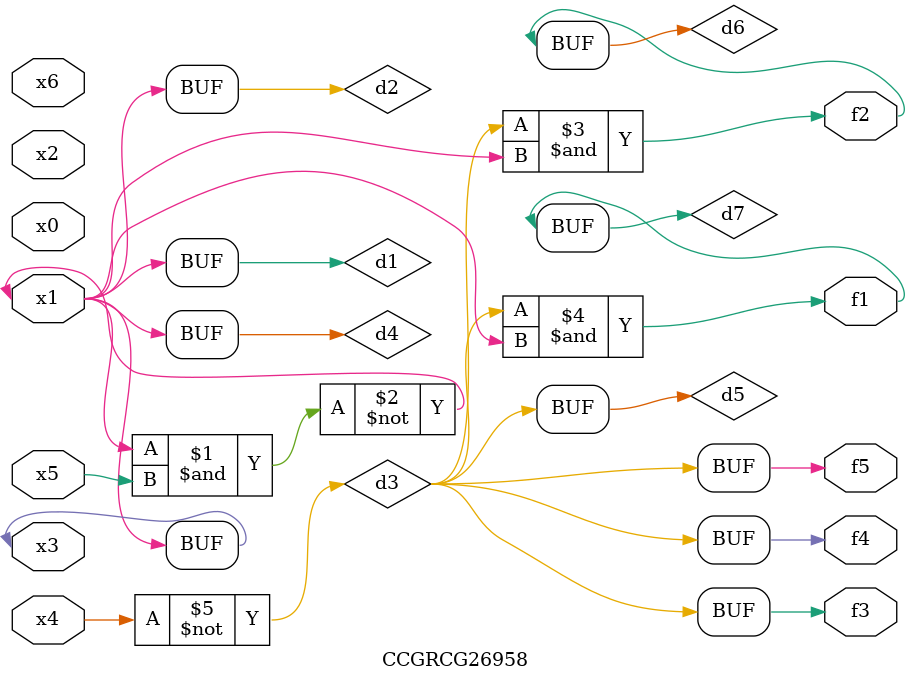
<source format=v>
module CCGRCG26958(
	input x0, x1, x2, x3, x4, x5, x6,
	output f1, f2, f3, f4, f5
);

	wire d1, d2, d3, d4, d5, d6, d7;

	buf (d1, x1, x3);
	nand (d2, x1, x5);
	not (d3, x4);
	buf (d4, d1, d2);
	buf (d5, d3);
	and (d6, d3, d4);
	and (d7, d3, d4);
	assign f1 = d7;
	assign f2 = d6;
	assign f3 = d5;
	assign f4 = d5;
	assign f5 = d5;
endmodule

</source>
